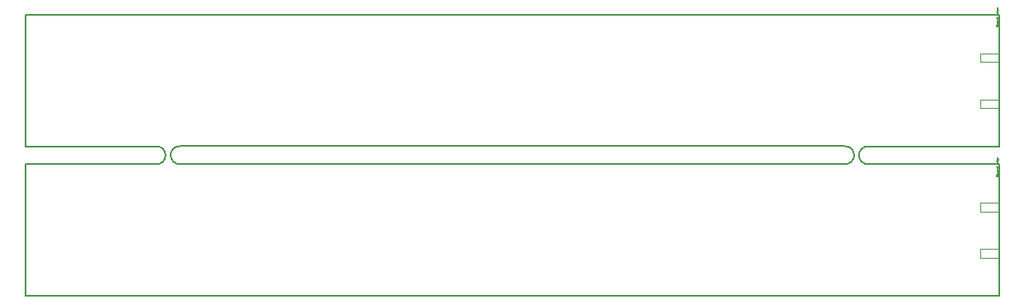
<source format=gm1>
G04*
G04 #@! TF.GenerationSoftware,Altium Limited,Altium Designer,19.1.9 (167)*
G04*
G04 Layer_Color=16711935*
%FSLAX24Y24*%
%MOIN*%
G70*
G01*
G75*
%ADD41C,0.0080*%
%ADD60C,0.0039*%
%ADD94C,0.0020*%
D41*
X33120Y5325D02*
G03*
X33120Y6055I24J365D01*
G01*
X6260D02*
G03*
X6260Y5325I-24J-365D01*
G01*
X34090Y6050D02*
G03*
X34090Y5320I-24J-365D01*
G01*
X5280D02*
G03*
X5280Y6050I24J365D01*
G01*
X39370D02*
Y11370D01*
Y0D02*
Y5320D01*
X0Y6050D02*
Y11370D01*
Y0D02*
Y5320D01*
Y11370D02*
X39370D01*
X11540Y5325D02*
X27840D01*
X11540Y6055D02*
X27840D01*
X33120D01*
X27840Y5325D02*
X33120D01*
X6260D02*
X11540D01*
X6260Y6055D02*
X11540D01*
X34090Y5320D02*
X39370D01*
X34090Y6050D02*
X39370D01*
X0Y5320D02*
X5280D01*
X0Y6050D02*
X5280D01*
X0Y0D02*
X39370D01*
D60*
X39371Y9810D02*
Y11062D01*
X38623Y9810D02*
X39371D01*
X38623Y9455D02*
Y9810D01*
Y9455D02*
X39371D01*
Y8700D02*
Y9455D01*
Y7944D02*
Y8700D01*
X38623Y7944D02*
X39371D01*
X38623Y7589D02*
Y7944D01*
Y7589D02*
X39371D01*
Y6337D02*
Y7589D01*
Y3760D02*
Y5012D01*
X38623Y3760D02*
X39371D01*
X38623Y3405D02*
Y3760D01*
Y3405D02*
X39371D01*
Y2650D02*
Y3405D01*
Y1894D02*
Y2650D01*
X38623Y1894D02*
X39371D01*
X38623Y1539D02*
Y1894D01*
Y1539D02*
X39371D01*
Y287D02*
Y1539D01*
D94*
X39240Y10900D02*
X39319D01*
Y10939D01*
X39306Y10952D01*
X39292D01*
X39279Y10939D01*
Y10900D01*
Y10939D01*
X39266Y10952D01*
X39253D01*
X39240Y10939D01*
Y10900D01*
X39319Y10991D02*
Y11018D01*
X39306Y11031D01*
X39279D01*
X39266Y11018D01*
Y10991D01*
X39279Y10978D01*
X39306D01*
X39319Y10991D01*
X39266Y11070D02*
Y11096D01*
X39279Y11109D01*
X39319D01*
Y11070D01*
X39306Y11057D01*
X39292Y11070D01*
Y11109D01*
X39266Y11136D02*
X39319D01*
X39292D01*
X39279Y11149D01*
X39266Y11162D01*
Y11175D01*
X39240Y11267D02*
X39319D01*
Y11228D01*
X39306Y11214D01*
X39279D01*
X39266Y11228D01*
Y11267D01*
X39319Y11411D02*
Y11385D01*
X39306Y11372D01*
X39279D01*
X39266Y11385D01*
Y11411D01*
X39279Y11424D01*
X39292D01*
Y11372D01*
X39240Y11503D02*
X39319D01*
Y11464D01*
X39306Y11451D01*
X39279D01*
X39266Y11464D01*
Y11503D01*
X39345Y11555D02*
Y11569D01*
X39332Y11582D01*
X39266D01*
Y11542D01*
X39279Y11529D01*
X39306D01*
X39319Y11542D01*
Y11582D01*
Y11647D02*
Y11621D01*
X39306Y11608D01*
X39279D01*
X39266Y11621D01*
Y11647D01*
X39279Y11660D01*
X39292D01*
Y11608D01*
X39240Y4850D02*
X39319D01*
Y4889D01*
X39306Y4902D01*
X39292D01*
X39279Y4889D01*
Y4850D01*
Y4889D01*
X39266Y4902D01*
X39253D01*
X39240Y4889D01*
Y4850D01*
X39319Y4941D02*
Y4968D01*
X39306Y4981D01*
X39279D01*
X39266Y4968D01*
Y4941D01*
X39279Y4928D01*
X39306D01*
X39319Y4941D01*
X39266Y5020D02*
Y5046D01*
X39279Y5059D01*
X39319D01*
Y5020D01*
X39306Y5007D01*
X39292Y5020D01*
Y5059D01*
X39266Y5086D02*
X39319D01*
X39292D01*
X39279Y5099D01*
X39266Y5112D01*
Y5125D01*
X39240Y5217D02*
X39319D01*
Y5178D01*
X39306Y5164D01*
X39279D01*
X39266Y5178D01*
Y5217D01*
X39319Y5361D02*
Y5335D01*
X39306Y5322D01*
X39279D01*
X39266Y5335D01*
Y5361D01*
X39279Y5374D01*
X39292D01*
Y5322D01*
X39240Y5453D02*
X39319D01*
Y5414D01*
X39306Y5401D01*
X39279D01*
X39266Y5414D01*
Y5453D01*
X39345Y5505D02*
Y5519D01*
X39332Y5532D01*
X39266D01*
Y5492D01*
X39279Y5479D01*
X39306D01*
X39319Y5492D01*
Y5532D01*
Y5597D02*
Y5571D01*
X39306Y5558D01*
X39279D01*
X39266Y5571D01*
Y5597D01*
X39279Y5610D01*
X39292D01*
Y5558D01*
M02*

</source>
